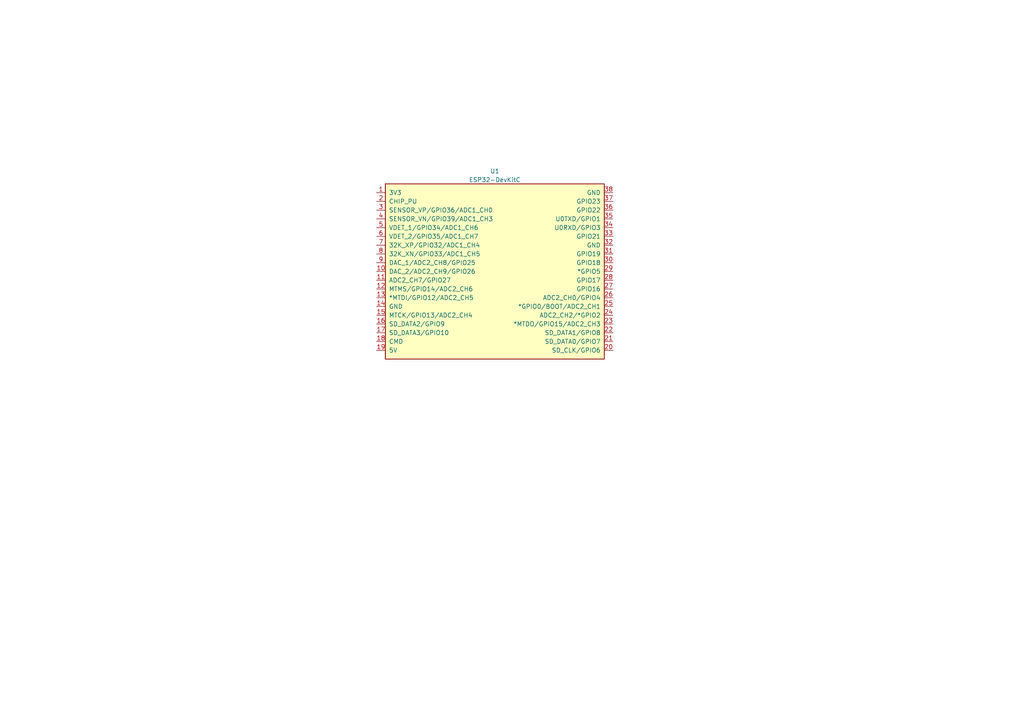
<source format=kicad_sch>
(kicad_sch (version 20211123) (generator eeschema)

  (uuid e63e39d7-6ac0-4ffd-8aa3-1841a4541b55)

  (paper "A4")

  (lib_symbols
    (symbol "ESP32:ESP32-DevKitC" (pin_names (offset 1.016)) (in_bom yes) (on_board yes)
      (property "Reference" "U" (id 0) (at -30.48 30.48 0)
        (effects (font (size 1.27 1.27)) (justify left))
      )
      (property "Value" "ESP32-DevKitC" (id 1) (at -30.48 27.94 0)
        (effects (font (size 1.27 1.27)) (justify left))
      )
      (property "Footprint" "Espressif:ESP32-DevKitC" (id 2) (at 0 -27.94 0)
        (effects (font (size 1.27 1.27)) hide)
      )
      (property "Datasheet" "https://docs.espressif.com/projects/esp-idf/zh_CN/latest/esp32/hw-reference/esp32/get-started-devkitc.html" (id 3) (at 0 -30.48 0)
        (effects (font (size 1.27 1.27)) hide)
      )
      (property "ki_keywords" "ESP32" (id 4) (at 0 0 0)
        (effects (font (size 1.27 1.27)) hide)
      )
      (property "ki_description" "Development Kit" (id 5) (at 0 0 0)
        (effects (font (size 1.27 1.27)) hide)
      )
      (symbol "ESP32-DevKitC_0_0"
        (pin power_in line (at -33.02 -10.16 0) (length 2.54)
          (name "GND" (effects (font (size 1.27 1.27))))
          (number "14" (effects (font (size 1.27 1.27))))
        )
        (pin power_in line (at -33.02 -22.86 0) (length 2.54)
          (name "5V" (effects (font (size 1.27 1.27))))
          (number "19" (effects (font (size 1.27 1.27))))
        )
      )
      (symbol "ESP32-DevKitC_0_1"
        (rectangle (start -30.48 25.4) (end 33.02 -25.4)
          (stroke (width 0.254) (type default) (color 0 0 0 0))
          (fill (type background))
        )
      )
      (symbol "ESP32-DevKitC_1_1"
        (pin power_in line (at -33.02 22.86 0) (length 2.54)
          (name "3V3" (effects (font (size 1.27 1.27))))
          (number "1" (effects (font (size 1.27 1.27))))
        )
        (pin bidirectional line (at -33.02 0 0) (length 2.54)
          (name "DAC_2/ADC2_CH9/GPIO26" (effects (font (size 1.27 1.27))))
          (number "10" (effects (font (size 1.27 1.27))))
        )
        (pin bidirectional line (at -33.02 -2.54 0) (length 2.54)
          (name "ADC2_CH7/GPIO27" (effects (font (size 1.27 1.27))))
          (number "11" (effects (font (size 1.27 1.27))))
        )
        (pin bidirectional line (at -33.02 -5.08 0) (length 2.54)
          (name "MTMS/GPIO14/ADC2_CH6" (effects (font (size 1.27 1.27))))
          (number "12" (effects (font (size 1.27 1.27))))
        )
        (pin bidirectional line (at -33.02 -7.62 0) (length 2.54)
          (name "*MTDI/GPIO12/ADC2_CH5" (effects (font (size 1.27 1.27))))
          (number "13" (effects (font (size 1.27 1.27))))
        )
        (pin bidirectional line (at -33.02 -12.7 0) (length 2.54)
          (name "MTCK/GPIO13/ADC2_CH4" (effects (font (size 1.27 1.27))))
          (number "15" (effects (font (size 1.27 1.27))))
        )
        (pin bidirectional line (at -33.02 -15.24 0) (length 2.54)
          (name "SD_DATA2/GPIO9" (effects (font (size 1.27 1.27))))
          (number "16" (effects (font (size 1.27 1.27))))
        )
        (pin bidirectional line (at -33.02 -17.78 0) (length 2.54)
          (name "SD_DATA3/GPIO10" (effects (font (size 1.27 1.27))))
          (number "17" (effects (font (size 1.27 1.27))))
        )
        (pin bidirectional line (at -33.02 -20.32 0) (length 2.54)
          (name "CMD" (effects (font (size 1.27 1.27))))
          (number "18" (effects (font (size 1.27 1.27))))
        )
        (pin input line (at -33.02 20.32 0) (length 2.54)
          (name "CHIP_PU" (effects (font (size 1.27 1.27))))
          (number "2" (effects (font (size 1.27 1.27))))
        )
        (pin bidirectional line (at 35.56 -22.86 180) (length 2.54)
          (name "SD_CLK/GPIO6" (effects (font (size 1.27 1.27))))
          (number "20" (effects (font (size 1.27 1.27))))
        )
        (pin bidirectional line (at 35.56 -20.32 180) (length 2.54)
          (name "SD_DATA0/GPIO7" (effects (font (size 1.27 1.27))))
          (number "21" (effects (font (size 1.27 1.27))))
        )
        (pin bidirectional line (at 35.56 -17.78 180) (length 2.54)
          (name "SD_DATA1/GPIO8" (effects (font (size 1.27 1.27))))
          (number "22" (effects (font (size 1.27 1.27))))
        )
        (pin bidirectional line (at 35.56 -15.24 180) (length 2.54)
          (name "*MTDO/GPIO15/ADC2_CH3" (effects (font (size 1.27 1.27))))
          (number "23" (effects (font (size 1.27 1.27))))
        )
        (pin bidirectional line (at 35.56 -12.7 180) (length 2.54)
          (name "ADC2_CH2/*GPIO2" (effects (font (size 1.27 1.27))))
          (number "24" (effects (font (size 1.27 1.27))))
        )
        (pin bidirectional line (at 35.56 -10.16 180) (length 2.54)
          (name "*GPIO0/BOOT/ADC2_CH1" (effects (font (size 1.27 1.27))))
          (number "25" (effects (font (size 1.27 1.27))))
        )
        (pin bidirectional line (at 35.56 -7.62 180) (length 2.54)
          (name "ADC2_CH0/GPIO4" (effects (font (size 1.27 1.27))))
          (number "26" (effects (font (size 1.27 1.27))))
        )
        (pin bidirectional line (at 35.56 -5.08 180) (length 2.54)
          (name "GPIO16" (effects (font (size 1.27 1.27))))
          (number "27" (effects (font (size 1.27 1.27))))
        )
        (pin bidirectional line (at 35.56 -2.54 180) (length 2.54)
          (name "GPIO17" (effects (font (size 1.27 1.27))))
          (number "28" (effects (font (size 1.27 1.27))))
        )
        (pin bidirectional line (at 35.56 0 180) (length 2.54)
          (name "*GPIO5" (effects (font (size 1.27 1.27))))
          (number "29" (effects (font (size 1.27 1.27))))
        )
        (pin input line (at -33.02 17.78 0) (length 2.54)
          (name "SENSOR_VP/GPIO36/ADC1_CH0" (effects (font (size 1.27 1.27))))
          (number "3" (effects (font (size 1.27 1.27))))
        )
        (pin bidirectional line (at 35.56 2.54 180) (length 2.54)
          (name "GPIO18" (effects (font (size 1.27 1.27))))
          (number "30" (effects (font (size 1.27 1.27))))
        )
        (pin bidirectional line (at 35.56 5.08 180) (length 2.54)
          (name "GPIO19" (effects (font (size 1.27 1.27))))
          (number "31" (effects (font (size 1.27 1.27))))
        )
        (pin power_in line (at 35.56 7.62 180) (length 2.54)
          (name "GND" (effects (font (size 1.27 1.27))))
          (number "32" (effects (font (size 1.27 1.27))))
        )
        (pin bidirectional line (at 35.56 10.16 180) (length 2.54)
          (name "GPIO21" (effects (font (size 1.27 1.27))))
          (number "33" (effects (font (size 1.27 1.27))))
        )
        (pin bidirectional line (at 35.56 12.7 180) (length 2.54)
          (name "U0RXD/GPIO3" (effects (font (size 1.27 1.27))))
          (number "34" (effects (font (size 1.27 1.27))))
        )
        (pin bidirectional line (at 35.56 15.24 180) (length 2.54)
          (name "U0TXD/GPIO1" (effects (font (size 1.27 1.27))))
          (number "35" (effects (font (size 1.27 1.27))))
        )
        (pin bidirectional line (at 35.56 17.78 180) (length 2.54)
          (name "GPIO22" (effects (font (size 1.27 1.27))))
          (number "36" (effects (font (size 1.27 1.27))))
        )
        (pin bidirectional line (at 35.56 20.32 180) (length 2.54)
          (name "GPIO23" (effects (font (size 1.27 1.27))))
          (number "37" (effects (font (size 1.27 1.27))))
        )
        (pin power_in line (at 35.56 22.86 180) (length 2.54)
          (name "GND" (effects (font (size 1.27 1.27))))
          (number "38" (effects (font (size 1.27 1.27))))
        )
        (pin input line (at -33.02 15.24 0) (length 2.54)
          (name "SENSOR_VN/GPIO39/ADC1_CH3" (effects (font (size 1.27 1.27))))
          (number "4" (effects (font (size 1.27 1.27))))
        )
        (pin input line (at -33.02 12.7 0) (length 2.54)
          (name "VDET_1/GPIO34/ADC1_CH6" (effects (font (size 1.27 1.27))))
          (number "5" (effects (font (size 1.27 1.27))))
        )
        (pin input line (at -33.02 10.16 0) (length 2.54)
          (name "VDET_2/GPIO35/ADC1_CH7" (effects (font (size 1.27 1.27))))
          (number "6" (effects (font (size 1.27 1.27))))
        )
        (pin bidirectional line (at -33.02 7.62 0) (length 2.54)
          (name "32K_XP/GPIO32/ADC1_CH4" (effects (font (size 1.27 1.27))))
          (number "7" (effects (font (size 1.27 1.27))))
        )
        (pin bidirectional line (at -33.02 5.08 0) (length 2.54)
          (name "32K_XN/GPIO33/ADC1_CH5" (effects (font (size 1.27 1.27))))
          (number "8" (effects (font (size 1.27 1.27))))
        )
        (pin bidirectional line (at -33.02 2.54 0) (length 2.54)
          (name "DAC_1/ADC2_CH8/GPIO25" (effects (font (size 1.27 1.27))))
          (number "9" (effects (font (size 1.27 1.27))))
        )
      )
    )
  )


  (symbol (lib_id "ESP32:ESP32-DevKitC") (at 142.24 78.74 0) (unit 1)
    (in_bom yes) (on_board yes) (fields_autoplaced)
    (uuid 82246804-d199-4fba-8e35-ec58cf360728)
    (property "Reference" "U1" (id 0) (at 143.51 49.6402 0))
    (property "Value" "ESP32-DevKitC" (id 1) (at 143.51 52.1771 0))
    (property "Footprint" "Espressif:ESP32-DevKitC" (id 2) (at 142.24 106.68 0)
      (effects (font (size 1.27 1.27)) hide)
    )
    (property "Datasheet" "https://docs.espressif.com/projects/esp-idf/zh_CN/latest/esp32/hw-reference/esp32/get-started-devkitc.html" (id 3) (at 142.24 109.22 0)
      (effects (font (size 1.27 1.27)) hide)
    )
    (pin "14" (uuid 3c6a5363-f22e-4748-9978-3d129e57d54d))
    (pin "19" (uuid 22bcf200-af5f-432f-b421-8a2d857da407))
    (pin "1" (uuid 8c645b9a-b78c-4a28-99e1-0ce1717b3e6f))
    (pin "10" (uuid 628baa80-a0fb-4dc9-b770-bff6830f2dcc))
    (pin "11" (uuid ded3a3b9-628e-435d-a54e-3143d1c4b5dc))
    (pin "12" (uuid a3a47571-a249-4b68-ae14-b8e7d54465f2))
    (pin "13" (uuid 131d13e1-c476-4a0a-a1e9-7e80235eada2))
    (pin "15" (uuid 987e0314-1d63-4a96-91c5-40c75dc82d60))
    (pin "16" (uuid a9940410-4423-4e80-8ac9-5771da129e26))
    (pin "17" (uuid ff872882-1ac1-4504-a40d-a87372afea7f))
    (pin "18" (uuid 87bdfae6-74fe-413f-a7cd-88ff77f69496))
    (pin "2" (uuid daa29df9-fda9-4c34-a4c6-79c0f9e83778))
    (pin "20" (uuid 745493c3-a5b2-4a2f-b08b-2136f875f874))
    (pin "21" (uuid 01fe9fb7-06d5-4371-9b0e-604e01bbefc3))
    (pin "22" (uuid 8c1426ed-fe1f-498f-a9c1-16ed024efb99))
    (pin "23" (uuid b1af521b-072d-4cf9-9cdc-57ec9545ec5d))
    (pin "24" (uuid b417e74c-7760-4483-a1c0-f94320b4e54d))
    (pin "25" (uuid 8bce862d-4b4d-4df3-88dc-3a1baac9a92f))
    (pin "26" (uuid 818c0068-5b3e-41db-9b94-482ff64d9aa8))
    (pin "27" (uuid a8b8fa78-2da0-413f-99ed-d9f2a7ab732c))
    (pin "28" (uuid 347dc8c0-e117-46b4-90d6-6efc00d3f4b2))
    (pin "29" (uuid 1c5b2809-10b7-40a7-80bd-39ab73602cbc))
    (pin "3" (uuid 85832198-42cd-47a2-be7a-24ca5b763231))
    (pin "30" (uuid 9f201222-cdcb-4ec1-9ff2-249282a7e8d6))
    (pin "31" (uuid 1c608d9a-9dfe-4d70-b5ae-40439679d77e))
    (pin "32" (uuid f9f54156-6f23-42ef-988b-04055f46218d))
    (pin "33" (uuid efadbe80-7842-456c-b825-020c9eb21ae4))
    (pin "34" (uuid 0319e6ac-3f51-42fa-8734-fce13725394a))
    (pin "35" (uuid 8c6be05d-7b27-4884-bb6d-6cf139ceac60))
    (pin "36" (uuid 3a7ad867-098d-48bd-8054-a8467f80649a))
    (pin "37" (uuid 33f27d93-944f-4261-9b7e-1b90daeca083))
    (pin "38" (uuid 5aab1878-b14e-4023-b727-d432782c9e15))
    (pin "4" (uuid 5d5b377e-627f-4e33-8699-0a1caf6665d8))
    (pin "5" (uuid 2ed102a0-4470-4d20-b45b-4404071bba85))
    (pin "6" (uuid 7f15e31f-3d97-40ac-b2dd-df0f68a6e0c3))
    (pin "7" (uuid c73883c5-aa41-4a4a-aae9-a1db4eaccb2b))
    (pin "8" (uuid 5ab4b40b-3f31-4d0a-91bf-221f9cf6e187))
    (pin "9" (uuid 5a6bdc0b-ea1e-424e-9e8b-b86d055c08b9))
  )

  (sheet_instances
    (path "/" (page "1"))
  )

  (symbol_instances
    (path "/82246804-d199-4fba-8e35-ec58cf360728"
      (reference "U1") (unit 1) (value "ESP32-DevKitC") (footprint "Espressif:ESP32-DevKitC")
    )
  )
)

</source>
